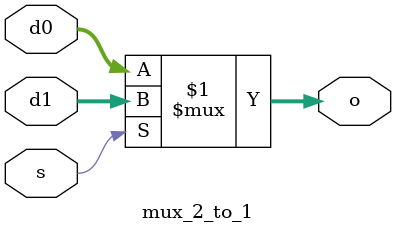
<source format=v>
module mux_2_to_1 (
input s,
input [1:0] d0,
input [1:0] d1,
output [1:0] o
);
assign o = s ? d1:d0;
endmodule
</source>
